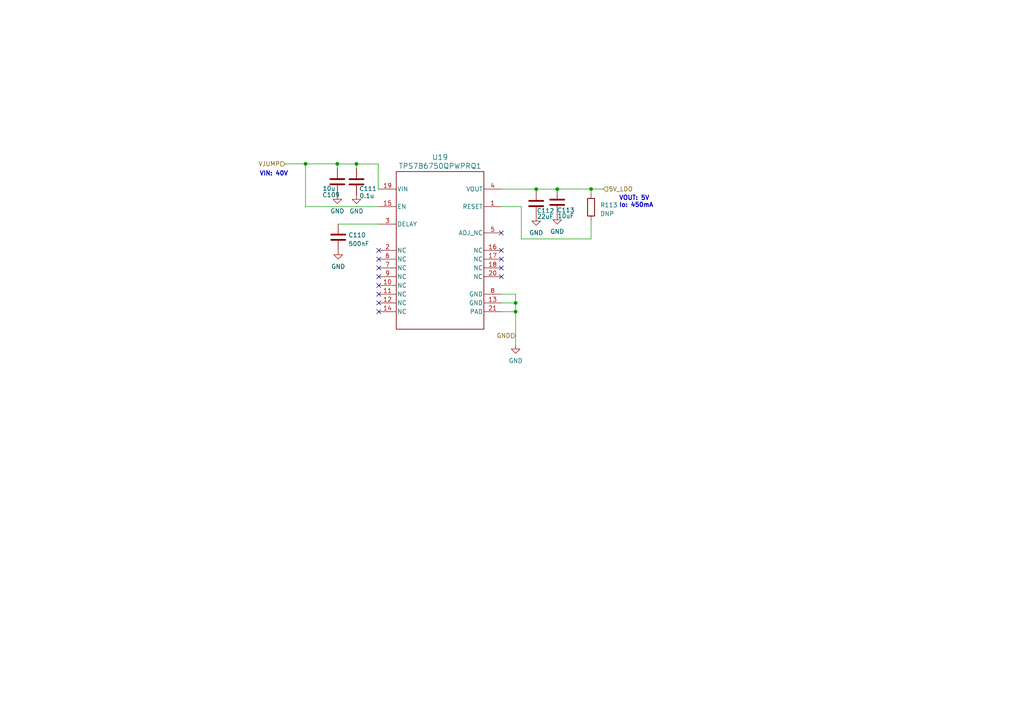
<source format=kicad_sch>
(kicad_sch (version 20231120) (generator "eeschema") (generator_version "8.0")
  (paper "A4")
  (title_block (title "packetRFMS") (date "2024-03-21") (rev "PCB_00132_6A_2124") (company "Packetworx Inc."))
  (lib_symbols
    (symbol "Device:C" (pin_numbers hide) (pin_names (offset 0.254))
      (property "Reference" "C" (at 0.635 2.54 0))
      (property "Value" "C" (at 0.635 -2.54 0))
      (symbol "C_0_1"
        (polyline (pts (xy -2.032 -0.762) (xy 2.032 -0.762)) (stroke (width 0.508)))
        (polyline (pts (xy -2.032 0.762) (xy 2.032 0.762)) (stroke (width 0.508)))
      )
      (symbol "C_1_1"
        (pin passive line (at 0 3.81 270) (length 2.794) (name "~") (number "1"))
        (pin passive line (at 0 -3.81 90) (length 2.794) (name "~") (number "2"))
      )
    )
    (symbol "Device:R" (pin_numbers hide) (pin_names (offset 0))
      (property "Reference" "R" (at 2.032 0 90))
      (property "Value" "R" (at 0 0 90))
      (symbol "R_0_1"
        (rectangle (start -1.016 -2.54) (end 1.016 2.54) (stroke (width 0.254)))
      )
      (symbol "R_1_1"
        (pin passive line (at 0 3.81 270) (length 1.27) (name "~") (number "1"))
        (pin passive line (at 0 -3.81 90) (length 1.27) (name "~") (number "2"))
      )
    )
    (symbol "power:GND" (power) (pin_names (offset 0))
      (property "Value" "GND" (at 0 -3.81 0))
      (symbol "GND_0_1"
        (polyline (pts (xy 0 0) (xy 0 -1.27) (xy 1.27 -1.27) (xy 0 -2.54) (xy -1.27 -1.27) (xy 0 -1.27)))
      )
      (symbol "GND_1_1"
        (pin power_in line (at 0 0 270) (length 0) hide (name "GND") (number "1"))
      )
    )
    (symbol "ul_TPS7B6750QPWPRQ1:TPS7B6750QPWPRQ1" (pin_names (offset 0.254))
      (property "Reference" "U19" (at 0 27.0072 0))
      (property "Value" "TPS7B6750QPWPRQ1" (at 0 24.4672 0))
      (symbol "TPS7B6750QPWPRQ1_0_1"
        (polyline (pts (xy -12.7 -22.86) (xy 12.7 -22.86)) (stroke (width 0.2032)))
        (polyline (pts (xy -12.7 22.86) (xy -12.7 -22.86)) (stroke (width 0.2032)))
        (polyline (pts (xy 12.7 -22.86) (xy 12.7 22.86)) (stroke (width 0.2032)))
        (polyline (pts (xy 12.7 22.86) (xy -12.7 22.86)) (stroke (width 0.2032)))
        (pin output line (at 17.78 12.7 180) (length 5.08) (name "RESET") (number "1"))
        (pin unspecified line (at -17.78 -10.16 0) (length 5.08) (name "NC") (number "10"))
        (pin unspecified line (at -17.78 -12.7 0) (length 5.08) (name "NC") (number "11"))
        (pin unspecified line (at -17.78 -15.24 0) (length 5.08) (name "NC") (number "12"))
        (pin unspecified line (at -17.78 -17.78 0) (length 5.08) (name "NC") (number "14"))
        (pin input line (at -17.78 12.7 0) (length 5.08) (name "EN") (number "15"))
        (pin unspecified line (at 17.78 0 180) (length 5.08) (name "NC") (number "16"))
        (pin unspecified line (at 17.78 -2.54 180) (length 5.08) (name "NC") (number "17"))
        (pin unspecified line (at 17.78 -5.08 180) (length 5.08) (name "NC") (number "18"))
        (pin unspecified line (at -17.78 0 0) (length 5.08) (name "NC") (number "2"))
        (pin unspecified line (at 17.78 -7.62 180) (length 5.08) (name "NC") (number "20"))
        (pin output line (at -17.78 7.62 0) (length 5.08) (name "DELAY") (number "3"))
        (pin input line (at 17.78 5.08 180) (length 5.08) (name "ADJ_NC") (number "5"))
        (pin unspecified line (at -17.78 -2.54 0) (length 5.08) (name "NC") (number "6"))
        (pin unspecified line (at -17.78 -5.08 0) (length 5.08) (name "NC") (number "7"))
        (pin unspecified line (at -17.78 -7.62 0) (length 5.08) (name "NC") (number "9"))
      )
      (symbol "TPS7B6750QPWPRQ1_1_1"
        (pin bidirectional line (at 17.78 -15.24 180) (length 5.08) (name "GND") (number "13"))
        (pin bidirectional line (at -17.78 17.78 0) (length 5.08) (name "VIN") (number "19"))
        (pin bidirectional line (at 17.78 -17.78 180) (length 5.08) (name "PAD") (number "21"))
        (pin bidirectional line (at 17.78 17.78 180) (length 5.08) (name "VOUT") (number "4"))
        (pin bidirectional line (at 17.78 -12.7 180) (length 5.08) (name "GND") (number "8"))
      )
    )
  )
  (junction (at 103.3745 47.5536))
  (junction (at 155.5294 54.8526))
  (junction (at 149.5516 90.4051))
  (junction (at 149.5516 87.8651))
  (junction (at 88.6173 47.5269))
  (junction (at 161.6104 54.8526))
  (junction (at 171.4382 54.8287))
  (junction (at 97.831 47.5269))
  (no_connect (at 109.8536 80.2451))
  (no_connect (at 109.8536 85.3251))
  (no_connect (at 145.4136 75.1651))
  (no_connect (at 109.8536 82.7851))
  (no_connect (at 109.8536 72.6251))
  (no_connect (at 109.8536 75.1651))
  (no_connect (at 145.4136 67.5451))
  (no_connect (at 145.4136 77.7051))
  (no_connect (at 109.8536 87.8651))
  (no_connect (at 109.8536 77.7051))
  (no_connect (at 145.4136 80.2451))
  (no_connect (at 145.4136 72.6251))
  (no_connect (at 109.8536 90.4051))
  (wire (pts (xy 149.5516 87.8651) (xy 149.5516 90.4051)))
  (wire (pts (xy 171.4382 54.8287) (xy 175.0179 54.8287)))
  (wire (pts (xy 97.831 48.8933) (xy 97.831 47.5269)))
  (wire (pts (xy 88.6173 59.9251) (xy 109.8536 59.9251)))
  (wire (pts (xy 97.845 48.8933) (xy 97.831 48.8933)))
  (wire (pts (xy 155.5294 54.8451) (xy 155.5294 54.8526)))
  (wire (pts (xy 161.6104 54.8287) (xy 171.4382 54.8287)))
  (wire (pts (xy 145.4136 90.4051) (xy 149.5516 90.4051)))
  (wire (pts (xy 98.0921 64.9958) (xy 109.8536 64.9958)))
  (wire (pts (xy 171.4382 69.3037) (xy 171.4382 63.9223)))
  (wire (pts (xy 97.831 47.5269) (xy 97.9836 47.5269)))
  (wire (pts (xy 155.5294 54.8526) (xy 155.5294 55.221)))
  (wire (pts (xy 97.9836 47.5269) (xy 97.9836 47.5536)))
  (wire (pts (xy 109.6993 54.8451) (xy 109.8536 54.8451)))
  (wire (pts (xy 145.4136 87.8651) (xy 149.5516 87.8651)))
  (wire (pts (xy 103.3745 47.5536) (xy 109.6993 47.5536)))
  (wire (pts (xy 149.5516 85.3251) (xy 145.4136 85.3251)))
  (wire (pts (xy 171.4382 56.3023) (xy 171.4382 54.8287)))
  (wire (pts (xy 151.2043 69.3037) (xy 171.4382 69.3037)))
  (wire (pts (xy 145.4136 54.8451) (xy 155.5294 54.8451)))
  (wire (pts (xy 103.3885 48.92) (xy 103.3745 48.92)))
  (wire (pts (xy 97.9836 47.5536) (xy 103.3745 47.5536)))
  (wire (pts (xy 109.6993 47.5536) (xy 109.6993 54.8451)))
  (wire (pts (xy 145.4136 59.9251) (xy 151.2043 59.9251)))
  (wire (pts (xy 82.6829 47.5269) (xy 88.6173 47.5269)))
  (wire (pts (xy 151.2043 59.9251) (xy 151.2043 69.3037)))
  (wire (pts (xy 155.5294 54.8526) (xy 161.6104 54.8526)))
  (wire (pts (xy 161.6104 54.8287) (xy 161.6104 54.8526)))
  (wire (pts (xy 149.5516 90.4051) (xy 149.5516 99.9549)))
  (wire (pts (xy 103.3745 48.92) (xy 103.3745 47.5536)))
  (wire (pts (xy 149.5516 85.3251) (xy 149.5516 87.8651)))
  (wire (pts (xy 88.6173 47.5269) (xy 97.831 47.5269)))
  (wire (pts (xy 88.6173 59.9251) (xy 88.6173 47.5269)))
  (wire (pts (xy 109.8536 64.9958) (xy 109.8536 65.0051)))
  (text "VIN: 40V" (at 75.2023 51.1975 0) (effects (font (size 1.27 1.27) (thickness 0.254) (bold yes)) (justify left bottom)))
  (text "VOUT: 5V\nIo: 450mA\n" (at 179.5016 60.3386 0) (effects (font (size 1.27 1.27) (thickness 0.254) (bold yes)) (justify left bottom)))
  (hierarchical_label "VJUMP" (shape input) (at 82.6829 47.5269 180))
  (hierarchical_label "GND" (shape input) (at 149.5516 97.3585 180))
  (hierarchical_label "5V_LDO" (shape input) (at 175.0179 54.8287 0))
  (symbol (lib_id "Device:C") (at 98.0921 68.8058 0) (unit 1)
    (property "Reference" "C110" (at 101.0215 68.1708 0) (effects (justify left)))
    (property "Value" "500nF" (at 101.0215 70.7108 0) (effects (justify left)))
    (property "Footprint" "Capacitor_SMD:C_0603_1608Metric" (effects (hide yes)))
    (property "LCSC" "C152898" (effects (hide yes)))
  )
  (symbol (lib_id "power:GND") (at 149.5516 99.9549 0) (unit 1)
    (property "Reference" "#PWR0224" (effects (hide yes)))
    (property "Value" "GND" (at 149.5516 104.6399 0))
  )
  (symbol (lib_id "power:GND") (at 161.6104 62.4726 0) (unit 1)
    (property "Reference" "#PWR0226" (effects (hide yes)))
    (property "Value" "GND" (at 161.6104 67.1576 0))
  )
  (symbol (lib_id "Device:R") (at 171.4382 60.1123 0) (unit 1)
    (property "Reference" "R113" (at 174.0444 59.4773 0) (effects (justify left)))
    (property "Value" "DNP" (at 174.0444 62.0173 0) (effects (justify left)))
    (property "Footprint" "Resistor_SMD:R_0603_1608Metric" (effects (hide yes)))
  )
  (symbol (lib_id "Device:C") (at 97.845 52.7033 0) (unit 1)
    (property "Reference" "C109" (at 93.484 56.5248 0) (effects (justify left)))
    (property "Value" "10u" (at 93.5312 54.682 0) (effects (justify left)))
    (property "Footprint" "Capacitor_SMD:C_0603_1608Metric" (effects (hide yes)))
    (property "LCSC" "C194427" (effects (hide yes)))
  )
  (symbol (lib_id "Device:C") (at 155.5294 59.031 0) (unit 1)
    (property "Reference" "C112" (at 155.6569 61.1188 0) (effects (justify left)))
    (property "Value" "22uF" (at 155.6884 62.8198 0) (effects (justify left)))
    (property "Footprint" "Capacitor_SMD:C_0603_1608Metric" (effects (hide yes)))
    (property "LCSC" "C86295" (effects (hide yes)))
  )
  (symbol (lib_id "Device:C") (at 161.6104 58.6626 0) (unit 1)
    (property "Reference" "C113" (at 161.5474 60.9613 0) (effects (justify left)))
    (property "Value" "10uF" (at 161.6734 62.6308 0) (effects (justify left)))
    (property "Footprint" "Capacitor_SMD:C_0603_1608Metric" (effects (hide yes)))
    (property "LCSC" "C194427" (effects (hide yes)))
  )
  (symbol (lib_id "power:GND") (at 97.845 56.5133 0) (unit 1)
    (property "Reference" "#PWR0221" (effects (hide yes)))
    (property "Value" "GND" (at 97.845 61.1983 0))
  )
  (symbol (lib_id "Device:C") (at 103.3885 52.73 0) (unit 1)
    (property "Reference" "C111" (at 104.1624 54.7293 0) (effects (justify left)))
    (property "Value" "0.1u" (at 104.2096 56.8083 0) (effects (justify left)))
    (property "Footprint" "Capacitor_SMD:C_0603_1608Metric" (effects (hide yes)))
    (property "LCSC" "C14663" (effects (hide yes)))
  )
  (symbol (lib_id "power:GND") (at 155.5294 62.841 0) (unit 1)
    (property "Reference" "#PWR0225" (effects (hide yes)))
    (property "Value" "GND" (at 155.5294 67.526 0))
  )
  (symbol (lib_id "ul_TPS7B6750QPWPRQ1:TPS7B6750QPWPRQ1") (at 127.6336 72.6251 0) (unit 1)
    (property "Reference" "U19" (at 127.6336 45.6179 0) (effects (font (size 1.524 1.524))))
    (property "Value" "TPS7B6750QPWPRQ1" (at 127.6336 48.1579 0) (effects (font (size 1.524 1.524))))
    (property "Footprint" "ul_TPS7B6750QPWPRQ1:PWP0020D_M" (effects (hide yes)))
    (property "Datasheet" "TPS7B6750QPWPRQ1" (effects (hide yes)))
    (property "LCSC" "C2860004" (effects (hide yes)))
  )
  (symbol (lib_id "power:GND") (at 103.3885 56.54 0) (unit 1)
    (property "Reference" "#PWR0223" (effects (hide yes)))
    (property "Value" "GND" (at 103.3885 61.225 0))
  )
  (symbol (lib_id "power:GND") (at 98.0921 72.6158 0) (unit 1)
    (property "Reference" "#PWR0222" (effects (hide yes)))
    (property "Value" "GND" (at 98.0921 77.3008 0))
  )
)
</source>
